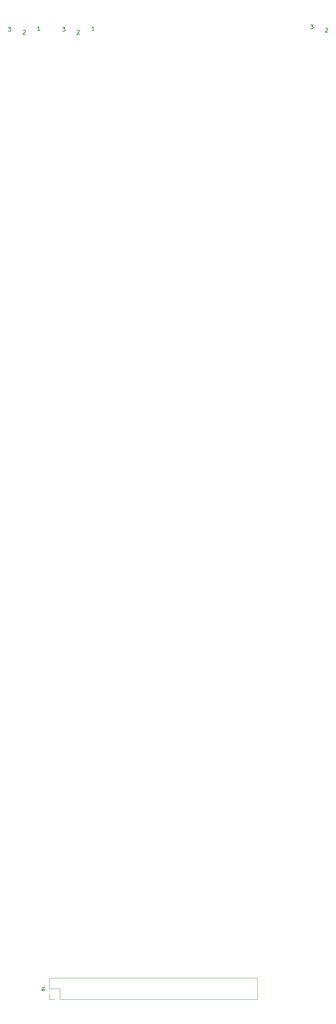
<source format=gbr>
G04 #@! TF.GenerationSoftware,KiCad,Pcbnew,(5.1.4)-1*
G04 #@! TF.CreationDate,2020-04-16T15:05:53-04:00*
G04 #@! TF.ProjectId,RPi_cape,5250695f-6361-4706-952e-6b696361645f,1.5*
G04 #@! TF.SameCoordinates,Original*
G04 #@! TF.FileFunction,Legend,Bot*
G04 #@! TF.FilePolarity,Positive*
%FSLAX45Y45*%
G04 Gerber Fmt 4.5, Leading zero omitted, Abs format (unit mm)*
G04 Created by KiCad (PCBNEW (5.1.4)-1) date 2020-04-16 15:05:53*
%MOMM*%
%LPD*%
G04 APERTURE LIST*
%ADD10C,0.120000*%
%ADD11C,0.150000*%
%ADD12C,0.160000*%
%ADD13C,2.402000*%
%ADD14C,0.902000*%
%ADD15C,6.502000*%
%ADD16O,1.802000X1.802000*%
%ADD17R,1.802000X1.802000*%
G04 APERTURE END LIST*
D10*
X5617000Y-28125000D02*
X5617000Y-28258000D01*
X5617000Y-28258000D02*
X5750000Y-28258000D01*
X5617000Y-27998000D02*
X5877000Y-27998000D01*
X5877000Y-27998000D02*
X5877000Y-28258000D01*
X5877000Y-28258000D02*
X10709000Y-28258000D01*
X10709000Y-27738000D02*
X10709000Y-28258000D01*
X5617000Y-27738000D02*
X10709000Y-27738000D01*
X5617000Y-27738000D02*
X5617000Y-27998000D01*
D11*
X5393571Y-4570238D02*
X5336429Y-4570238D01*
X5365000Y-4570238D02*
X5365000Y-4470238D01*
X5355476Y-4484524D01*
X5345952Y-4494048D01*
X5336429Y-4498810D01*
X4616667Y-4490238D02*
X4678571Y-4490238D01*
X4645238Y-4528333D01*
X4659524Y-4528333D01*
X4669048Y-4533095D01*
X4673810Y-4537857D01*
X4678571Y-4547381D01*
X4678571Y-4571190D01*
X4673810Y-4580714D01*
X4669048Y-4585476D01*
X4659524Y-4590238D01*
X4630952Y-4590238D01*
X4621429Y-4585476D01*
X4616667Y-4580714D01*
X5393571Y-4570238D02*
X5336429Y-4570238D01*
X5365000Y-4570238D02*
X5365000Y-4470238D01*
X5355476Y-4484524D01*
X5345952Y-4494048D01*
X5336429Y-4498810D01*
X4976429Y-4569762D02*
X4981190Y-4565000D01*
X4990714Y-4560238D01*
X5014524Y-4560238D01*
X5024048Y-4565000D01*
X5028810Y-4569762D01*
X5033571Y-4579286D01*
X5033571Y-4588810D01*
X5028810Y-4603095D01*
X4971667Y-4660238D01*
X5033571Y-4660238D01*
X4616667Y-4490238D02*
X4678571Y-4490238D01*
X4645238Y-4528333D01*
X4659524Y-4528333D01*
X4669048Y-4533095D01*
X4673810Y-4537857D01*
X4678571Y-4547381D01*
X4678571Y-4571190D01*
X4673810Y-4580714D01*
X4669048Y-4585476D01*
X4659524Y-4590238D01*
X4630952Y-4590238D01*
X4621429Y-4585476D01*
X4616667Y-4580714D01*
X6718571Y-4570238D02*
X6661428Y-4570238D01*
X6690000Y-4570238D02*
X6690000Y-4470238D01*
X6680476Y-4484524D01*
X6670952Y-4494048D01*
X6661428Y-4498810D01*
X5941667Y-4490238D02*
X6003571Y-4490238D01*
X5970238Y-4528333D01*
X5984524Y-4528333D01*
X5994048Y-4533095D01*
X5998809Y-4537857D01*
X6003571Y-4547381D01*
X6003571Y-4571190D01*
X5998809Y-4580714D01*
X5994048Y-4585476D01*
X5984524Y-4590238D01*
X5955952Y-4590238D01*
X5946428Y-4585476D01*
X5941667Y-4580714D01*
X6718571Y-4570238D02*
X6661428Y-4570238D01*
X6690000Y-4570238D02*
X6690000Y-4470238D01*
X6680476Y-4484524D01*
X6670952Y-4494048D01*
X6661428Y-4498810D01*
X6301428Y-4569762D02*
X6306190Y-4565000D01*
X6315714Y-4560238D01*
X6339524Y-4560238D01*
X6349048Y-4565000D01*
X6353809Y-4569762D01*
X6358571Y-4579286D01*
X6358571Y-4588810D01*
X6353809Y-4603095D01*
X6296667Y-4660238D01*
X6358571Y-4660238D01*
X5941667Y-4490238D02*
X6003571Y-4490238D01*
X5970238Y-4528333D01*
X5984524Y-4528333D01*
X5994048Y-4533095D01*
X5998809Y-4537857D01*
X6003571Y-4547381D01*
X6003571Y-4571190D01*
X5998809Y-4580714D01*
X5994048Y-4585476D01*
X5984524Y-4590238D01*
X5955952Y-4590238D01*
X5946428Y-4585476D01*
X5941667Y-4580714D01*
X12011667Y-4430238D02*
X12073571Y-4430238D01*
X12040238Y-4468333D01*
X12054524Y-4468333D01*
X12064048Y-4473095D01*
X12068809Y-4477857D01*
X12073571Y-4487381D01*
X12073571Y-4511190D01*
X12068809Y-4520714D01*
X12064048Y-4525476D01*
X12054524Y-4530238D01*
X12025952Y-4530238D01*
X12016428Y-4525476D01*
X12011667Y-4520714D01*
X12376428Y-4519762D02*
X12381190Y-4515000D01*
X12390714Y-4510238D01*
X12414524Y-4510238D01*
X12424048Y-4515000D01*
X12428809Y-4519762D01*
X12433571Y-4529286D01*
X12433571Y-4538810D01*
X12428809Y-4553095D01*
X12371667Y-4610238D01*
X12433571Y-4610238D01*
D12*
X5434667Y-27974667D02*
X5484667Y-27974667D01*
X5494667Y-27971333D01*
X5501333Y-27964667D01*
X5504667Y-27954667D01*
X5504667Y-27948000D01*
X5464667Y-28018000D02*
X5461333Y-28011333D01*
X5458000Y-28008000D01*
X5451333Y-28004667D01*
X5448000Y-28004667D01*
X5441333Y-28008000D01*
X5438000Y-28011333D01*
X5434667Y-28018000D01*
X5434667Y-28031333D01*
X5438000Y-28038000D01*
X5441333Y-28041333D01*
X5448000Y-28044667D01*
X5451333Y-28044667D01*
X5458000Y-28041333D01*
X5461333Y-28038000D01*
X5464667Y-28031333D01*
X5464667Y-28018000D01*
X5468000Y-28011333D01*
X5471333Y-28008000D01*
X5478000Y-28004667D01*
X5491333Y-28004667D01*
X5498000Y-28008000D01*
X5501333Y-28011333D01*
X5504667Y-28018000D01*
X5504667Y-28031333D01*
X5501333Y-28038000D01*
X5498000Y-28041333D01*
X5491333Y-28044667D01*
X5478000Y-28044667D01*
X5471333Y-28041333D01*
X5468000Y-28038000D01*
X5464667Y-28031333D01*
%LPC*%
D13*
X5350000Y-4325000D03*
X5000000Y-4825000D03*
X4650000Y-4325000D03*
X6675000Y-4325000D03*
X6325000Y-4825000D03*
X5975000Y-4325000D03*
X11700000Y-4775000D03*
X12050000Y-4275000D03*
X12400000Y-4775000D03*
X12750000Y-4275000D03*
X4500000Y-16875000D03*
X4000000Y-16525000D03*
X4500000Y-18075000D03*
X4000000Y-17725000D03*
X12050000Y-22975000D03*
X12550000Y-23325000D03*
X12050000Y-20500000D03*
X12550000Y-20850000D03*
X12050000Y-18000000D03*
X12550000Y-18350000D03*
X12050000Y-15500000D03*
X12550000Y-15850000D03*
X3675000Y-4825000D03*
X4025000Y-4325000D03*
X7350000Y-4825000D03*
X7700000Y-4325000D03*
X8525000Y-4800000D03*
X8875000Y-4300000D03*
X9975000Y-4775000D03*
X10325000Y-4275000D03*
X4550000Y-20700000D03*
X4050000Y-20350000D03*
D14*
X3444706Y-3105294D03*
X3275000Y-3035000D03*
X3105294Y-3105294D03*
X3035000Y-3275000D03*
X3105294Y-3444706D03*
X3275000Y-3515000D03*
X3444706Y-3444706D03*
X3515000Y-3275000D03*
D15*
X3275000Y-3275000D03*
D14*
X12994706Y-3105294D03*
X12825000Y-3035000D03*
X12655294Y-3105294D03*
X12585000Y-3275000D03*
X12655294Y-3444706D03*
X12825000Y-3515000D03*
X12994706Y-3444706D03*
X13065000Y-3275000D03*
D15*
X12825000Y-3275000D03*
D14*
X3444706Y-27755294D03*
X3275000Y-27685000D03*
X3105294Y-27755294D03*
X3035000Y-27925000D03*
X3105294Y-28094706D03*
X3275000Y-28165000D03*
X3444706Y-28094706D03*
X3515000Y-27925000D03*
D15*
X3275000Y-27925000D03*
D14*
X12994706Y-27755294D03*
X12825000Y-27685000D03*
X12655294Y-27755294D03*
X12585000Y-27925000D03*
X12655294Y-28094706D03*
X12825000Y-28165000D03*
X12994706Y-28094706D03*
X13065000Y-27925000D03*
D15*
X12825000Y-27925000D03*
D16*
X12928000Y-25477000D03*
X12928000Y-25731000D03*
X12928000Y-25985000D03*
X12928000Y-26239000D03*
X12928000Y-26493000D03*
D17*
X12928000Y-26747000D03*
D16*
X4004000Y-26191000D03*
X3750000Y-26191000D03*
X4004000Y-25937000D03*
X3750000Y-25937000D03*
X4004000Y-25683000D03*
X3750000Y-25683000D03*
X4004000Y-25429000D03*
X3750000Y-25429000D03*
X4004000Y-25175000D03*
D17*
X3750000Y-25175000D03*
D16*
X10576000Y-27871000D03*
X10576000Y-28125000D03*
X10322000Y-27871000D03*
X10322000Y-28125000D03*
X10068000Y-27871000D03*
X10068000Y-28125000D03*
X9814000Y-27871000D03*
X9814000Y-28125000D03*
X9560000Y-27871000D03*
X9560000Y-28125000D03*
X9306000Y-27871000D03*
X9306000Y-28125000D03*
X9052000Y-27871000D03*
X9052000Y-28125000D03*
X8798000Y-27871000D03*
X8798000Y-28125000D03*
X8544000Y-27871000D03*
X8544000Y-28125000D03*
X8290000Y-27871000D03*
X8290000Y-28125000D03*
X8036000Y-27871000D03*
X8036000Y-28125000D03*
X7782000Y-27871000D03*
X7782000Y-28125000D03*
X7528000Y-27871000D03*
X7528000Y-28125000D03*
X7274000Y-27871000D03*
X7274000Y-28125000D03*
X7020000Y-27871000D03*
X7020000Y-28125000D03*
X6766000Y-27871000D03*
X6766000Y-28125000D03*
X6512000Y-27871000D03*
X6512000Y-28125000D03*
X6258000Y-27871000D03*
X6258000Y-28125000D03*
X6004000Y-27871000D03*
X6004000Y-28125000D03*
X5750000Y-27871000D03*
D17*
X5750000Y-28125000D03*
M02*

</source>
